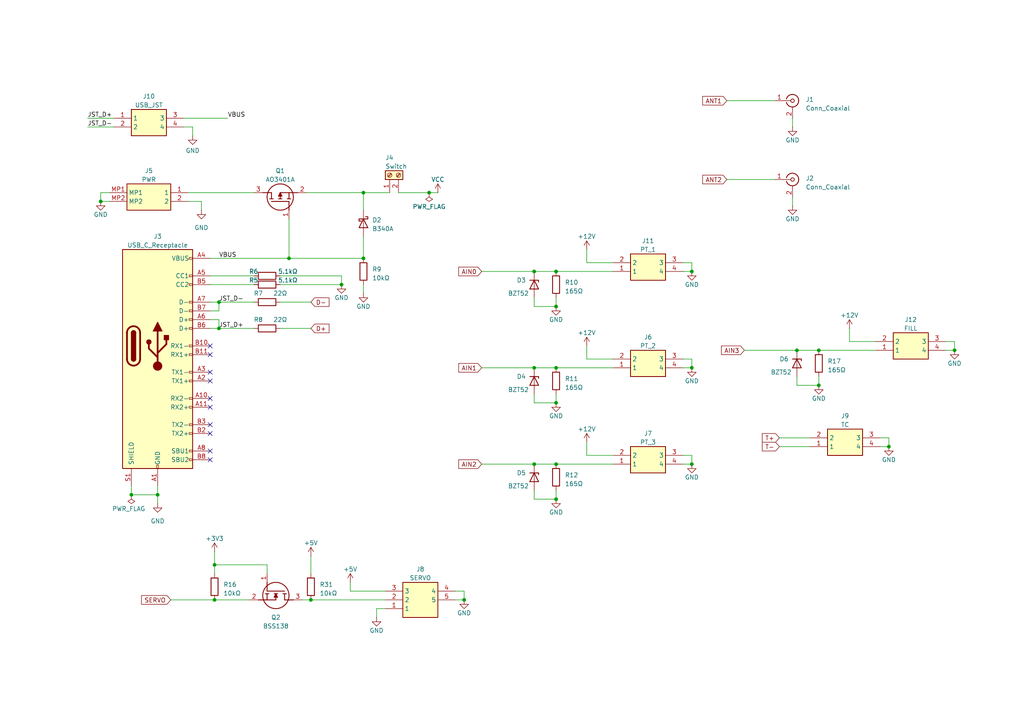
<source format=kicad_sch>
(kicad_sch (version 20250114) (generator "eeschema") (generator_version "9.0")
  (paper "A4")
  (lib_symbols
    (symbol "+5V_1" (power) (pin_numbers (hide yes)) (pin_names (offset 0) (hide yes))
      (property "Value" "+5V" (at 0 3.556 0))
      (symbol "+5V_1_0_1"
        (polyline (pts (xy -0.762 1.27) (xy 0 2.54)))
        (polyline (pts (xy 0 2.54) (xy 0.762 1.27)))
        (polyline (pts (xy 0 0) (xy 0 2.54)))
      )
      (symbol "+5V_1_1_1"
        (pin power_in line (at 0 0 90) (length 0) (name "~") (number "1"))
      )
    )
    (symbol "AO3401A:AO3401A" (pin_names (hide yes))
      (property "Reference" "Q" (at 11.43 3.81 0))
      (property "Value" "AO3401A" (at 11.43 1.27 0))
      (symbol "AO3401A_1_1"
        (polyline (pts (xy 2.54 0) (xy 5.08 0)) (stroke (width 0.254)))
        (polyline (pts (xy 5.08 5.08) (xy 5.08 0)) (stroke (width 0.254)))
        (polyline (pts (xy 5.842 5.588) (xy 5.842 4.572)) (stroke (width 0.254)))
        (polyline (pts (xy 5.842 2.032) (xy 5.842 3.048)) (stroke (width 0.254)))
        (polyline (pts (xy 5.842 0) (xy 7.62 0)) (stroke (width 0.254)))
        (polyline (pts (xy 5.842 -0.508) (xy 5.842 0.508)) (stroke (width 0.254)))
        (circle (center 6.35 2.54) (radius 3.81) (stroke (width 0.254)))
        (polyline (pts (xy 7.62 5.08) (xy 5.842 5.08)) (stroke (width 0.254)))
        (polyline (pts (xy 7.62 5.08) (xy 7.62 7.62)) (stroke (width 0.254)))
        (polyline (pts (xy 7.62 2.54) (xy 5.842 2.54)) (stroke (width 0.254)))
        (polyline (pts (xy 7.62 2.54) (xy 7.62 -2.54)) (stroke (width 0.254)))
        (polyline (pts (xy 7.62 2.54) (xy 6.604 3.048) (xy 6.604 2.032) (xy 7.62 2.54)) (stroke (width 0.254)) (fill (type outline)))
        (pin passive line (at 0 0 0) (length 2.54) (name "G") (number "1"))
        (pin passive line (at 7.62 10.16 270) (length 2.54) (name "D") (number "3"))
        (pin passive line (at 7.62 -5.08 90) (length 2.54) (name "S") (number "2"))
      )
    )
    (symbol "BSS138:BSS138" (pin_names (hide yes))
      (property "Reference" "Q" (at 11.43 3.81 0))
      (property "Value" "BSS138" (at 11.43 1.27 0))
      (symbol "BSS138_1_1"
        (polyline (pts (xy 2.54 0) (xy 5.08 0)) (stroke (width 0.254)))
        (polyline (pts (xy 5.08 5.08) (xy 5.08 0)) (stroke (width 0.254)))
        (polyline (pts (xy 5.842 5.588) (xy 5.842 4.572)) (stroke (width 0.254)))
        (polyline (pts (xy 5.842 2.54) (xy 6.858 3.048) (xy 6.858 2.032) (xy 5.842 2.54)) (stroke (width 0.254)) (fill (type outline)))
        (polyline (pts (xy 5.842 2.032) (xy 5.842 3.048)) (stroke (width 0.254)))
        (polyline (pts (xy 5.842 0) (xy 7.62 0)) (stroke (width 0.254)))
        (polyline (pts (xy 5.842 -0.508) (xy 5.842 0.508)) (stroke (width 0.254)))
        (circle (center 6.35 2.54) (radius 3.81) (stroke (width 0.254)))
        (polyline (pts (xy 7.62 5.08) (xy 5.842 5.08)) (stroke (width 0.254)))
        (polyline (pts (xy 7.62 5.08) (xy 7.62 7.62)) (stroke (width 0.254)))
        (polyline (pts (xy 7.62 2.54) (xy 5.842 2.54)) (stroke (width 0.254)))
        (polyline (pts (xy 7.62 2.54) (xy 7.62 -2.54)) (stroke (width 0.254)))
        (pin passive line (at 0 0 0) (length 2.54) (name "G") (number "1"))
        (pin passive line (at 7.62 10.16 270) (length 2.54) (name "D") (number "3"))
        (pin passive line (at 7.62 -5.08 90) (length 2.54) (name "S") (number "2"))
      )
    )
    (symbol "Conn_Coaxial_1" (pin_names (offset 1.016) (hide yes))
      (property "Reference" "J" (at 0.254 3.048 0))
      (property "Value" "Conn_Coaxial" (at 2.921 0 90))
      (symbol "Conn_Coaxial_1_0_1"
        (polyline (pts (xy -2.54 0) (xy -0.508 0)))
        (arc (start 1.778 0) (mid 0.222 -1.8079) (end -1.778 -0.508) (stroke (width 0.254)))
        (arc (start -1.778 0.508) (mid 0.2221 1.8084) (end 1.778 0) (stroke (width 0.254)))
        (circle (center 0 0) (radius 0.508) (stroke (width 0.2032)))
        (polyline (pts (xy 0 -2.54) (xy 0 -1.778)))
      )
      (symbol "Conn_Coaxial_1_1_1"
        (pin passive line (at -5.08 0 0) (length 2.54) (name "In") (number "1"))
        (pin passive line (at 0 -5.08 90) (length 2.54) (name "Ext") (number "2"))
      )
    )
    (symbol "Connector:Conn_Coaxial" (pin_names (offset 1.016) (hide yes))
      (property "Reference" "J" (at 0.254 3.048 0))
      (property "Value" "Conn_Coaxial" (at 2.921 0 90))
      (symbol "Conn_Coaxial_0_1"
        (polyline (pts (xy -2.54 0) (xy -0.508 0)))
        (arc (start 1.778 0) (mid 0.222 -1.8079) (end -1.778 -0.508) (stroke (width 0.254)))
        (arc (start -1.778 0.508) (mid 0.2221 1.8084) (end 1.778 0) (stroke (width 0.254)))
        (circle (center 0 0) (radius 0.508) (stroke (width 0.2032)))
        (polyline (pts (xy 0 -2.54) (xy 0 -1.778)))
      )
      (symbol "Conn_Coaxial_1_1"
        (pin passive line (at -5.08 0 0) (length 2.54) (name "In") (number "1"))
        (pin passive line (at 0 -5.08 90) (length 2.54) (name "Ext") (number "2"))
      )
    )
    (symbol "Connector:Screw_Terminal_01x02" (pin_names (offset 1.016) (hide yes))
      (property "Reference" "J" (at 0 2.54 0))
      (property "Value" "Screw_Terminal_01x02" (at 0 -5.08 0))
      (symbol "Screw_Terminal_01x02_1_1"
        (rectangle (start -1.27 1.27) (end 1.27 -3.81) (stroke (width 0.254)) (fill (type background)))
        (polyline (pts (xy -0.5334 0.3302) (xy 0.3302 -0.508)) (stroke (width 0.1524)))
        (polyline (pts (xy -0.5334 -2.2098) (xy 0.3302 -3.048)) (stroke (width 0.1524)))
        (polyline (pts (xy -0.3556 0.508) (xy 0.508 -0.3302)) (stroke (width 0.1524)))
        (polyline (pts (xy -0.3556 -2.032) (xy 0.508 -2.8702)) (stroke (width 0.1524)))
        (circle (center 0 0) (radius 0.635) (stroke (width 0.1524)))
        (circle (center 0 -2.54) (radius 0.635) (stroke (width 0.1524)))
        (pin passive line (at -5.08 0 0) (length 3.81) (name "Pin_1") (number "1"))
        (pin passive line (at -5.08 -2.54 0) (length 3.81) (name "Pin_2") (number "2"))
      )
    )
    (symbol "Connector:USB_C_Receptacle" (pin_names (offset 1.016))
      (property "Reference" "J" (at -10.16 29.21 0))
      (property "Value" "USB_C_Receptacle" (at 10.16 29.21 0))
      (symbol "USB_C_Receptacle_0_0"
        (rectangle (start -0.254 -35.56) (end 0.254 -34.544))
        (rectangle (start 10.16 25.654) (end 9.144 25.146))
        (rectangle (start 10.16 20.574) (end 9.144 20.066))
        (rectangle (start 10.16 18.034) (end 9.144 17.526))
        (rectangle (start 10.16 12.954) (end 9.144 12.446))
        (rectangle (start 10.16 10.414) (end 9.144 9.906))
        (rectangle (start 10.16 7.874) (end 9.144 7.366))
        (rectangle (start 10.16 5.334) (end 9.144 4.826))
        (rectangle (start 10.16 0.254) (end 9.144 -0.254))
        (rectangle (start 10.16 -2.286) (end 9.144 -2.794))
        (rectangle (start 10.16 -7.366) (end 9.144 -7.874))
        (rectangle (start 10.16 -9.906) (end 9.144 -10.414))
        (rectangle (start 10.16 -14.986) (end 9.144 -15.494))
        (rectangle (start 10.16 -17.526) (end 9.144 -18.034))
        (rectangle (start 10.16 -22.606) (end 9.144 -23.114))
        (rectangle (start 10.16 -25.146) (end 9.144 -25.654))
        (rectangle (start 10.16 -30.226) (end 9.144 -30.734))
        (rectangle (start 10.16 -32.766) (end 9.144 -33.274))
      )
      (symbol "USB_C_Receptacle_0_1"
        (rectangle (start -10.16 27.94) (end 10.16 -35.56) (stroke (width 0.254)) (fill (type background)))
        (polyline (pts (xy -8.89 -3.81) (xy -8.89 3.81)) (stroke (width 0.508)))
        (rectangle (start -7.62 -3.81) (end -6.35 3.81) (stroke (width 0.254)) (fill (type outline)))
        (arc (start -7.62 3.81) (mid -6.985 4.4423) (end -6.35 3.81) (stroke (width 0.254)))
        (arc (start -7.62 3.81) (mid -6.985 4.4423) (end -6.35 3.81) (stroke (width 0.254)) (fill (type outline)))
        (arc (start -8.89 3.81) (mid -6.985 5.7067) (end -5.08 3.81) (stroke (width 0.508)))
        (arc (start -5.08 -3.81) (mid -6.985 -5.7067) (end -8.89 -3.81) (stroke (width 0.508)))
        (arc (start -6.35 -3.81) (mid -6.985 -4.4423) (end -7.62 -3.81) (stroke (width 0.254)))
        (arc (start -6.35 -3.81) (mid -6.985 -4.4423) (end -7.62 -3.81) (stroke (width 0.254)) (fill (type outline)))
        (polyline (pts (xy -5.08 3.81) (xy -5.08 -3.81)) (stroke (width 0.508)))
      )
      (symbol "USB_C_Receptacle_1_1"
        (circle (center -2.54 1.143) (radius 0.635) (stroke (width 0.254)) (fill (type outline)))
        (polyline (pts (xy -1.27 4.318) (xy 0 6.858) (xy 1.27 4.318) (xy -1.27 4.318)) (stroke (width 0.254)) (fill (type outline)))
        (polyline (pts (xy 0 -2.032) (xy 2.54 0.508) (xy 2.54 1.778)) (stroke (width 0.508)))
        (polyline (pts (xy 0 -3.302) (xy -2.54 -0.762) (xy -2.54 0.508)) (stroke (width 0.508)))
        (polyline (pts (xy 0 -5.842) (xy 0 4.318)) (stroke (width 0.508)))
        (circle (center 0 -5.842) (radius 1.27) (fill (type outline)))
        (rectangle (start 1.905 1.778) (end 3.175 3.048) (stroke (width 0.254)) (fill (type outline)))
        (pin passive line (at -7.62 -40.64 90) (length 5.08) (name "SHIELD") (number "S1"))
        (pin passive line (at 0 -40.64 90) (length 5.08) (name "GND") (number "A1"))
        (pin passive line (at 0 -40.64 90) (length 5.08) (hide yes) (name "GND") (number "A12"))
        (pin passive line (at 0 -40.64 90) (length 5.08) (hide yes) (name "GND") (number "B1"))
        (pin passive line (at 0 -40.64 90) (length 5.08) (hide yes) (name "GND") (number "B12"))
        (pin passive line (at 15.24 25.4 180) (length 5.08) (name "VBUS") (number "A4"))
        (pin passive line (at 15.24 25.4 180) (length 5.08) (hide yes) (name "VBUS") (number "A9"))
        (pin passive line (at 15.24 25.4 180) (length 5.08) (hide yes) (name "VBUS") (number "B4"))
        (pin passive line (at 15.24 25.4 180) (length 5.08) (hide yes) (name "VBUS") (number "B9"))
        (pin bidirectional line (at 15.24 20.32 180) (length 5.08) (name "CC1") (number "A5"))
        (pin bidirectional line (at 15.24 17.78 180) (length 5.08) (name "CC2") (number "B5"))
        (pin bidirectional line (at 15.24 12.7 180) (length 5.08) (name "D-") (number "A7"))
        (pin bidirectional line (at 15.24 10.16 180) (length 5.08) (name "D-") (number "B7"))
        (pin bidirectional line (at 15.24 7.62 180) (length 5.08) (name "D+") (number "A6"))
        (pin bidirectional line (at 15.24 5.08 180) (length 5.08) (name "D+") (number "B6"))
        (pin bidirectional line (at 15.24 0 180) (length 5.08) (name "RX1-") (number "B10"))
        (pin bidirectional line (at 15.24 -2.54 180) (length 5.08) (name "RX1+") (number "B11"))
        (pin bidirectional line (at 15.24 -7.62 180) (length 5.08) (name "TX1-") (number "A3"))
        (pin bidirectional line (at 15.24 -10.16 180) (length 5.08) (name "TX1+") (number "A2"))
        (pin bidirectional line (at 15.24 -15.24 180) (length 5.08) (name "RX2-") (number "A10"))
        (pin bidirectional line (at 15.24 -17.78 180) (length 5.08) (name "RX2+") (number "A11"))
        (pin bidirectional line (at 15.24 -22.86 180) (length 5.08) (name "TX2-") (number "B3"))
        (pin bidirectional line (at 15.24 -25.4 180) (length 5.08) (name "TX2+") (number "B2"))
        (pin bidirectional line (at 15.24 -30.48 180) (length 5.08) (name "SBU1") (number "A8"))
        (pin bidirectional line (at 15.24 -33.02 180) (length 5.08) (name "SBU2") (number "B8"))
      )
    )
    (symbol "Device:D_Schottky" (pin_numbers (hide yes)) (pin_names (offset 1.016) (hide yes))
      (property "Reference" "D" (at 0 2.54 0))
      (property "Value" "D_Schottky" (at 0 -2.54 0))
      (symbol "D_Schottky_0_1"
        (polyline (pts (xy -1.905 0.635) (xy -1.905 1.27) (xy -1.27 1.27) (xy -1.27 -1.27) (xy -0.635 -1.27) (xy -0.635 -0.635)) (stroke (width 0.254)))
        (polyline (pts (xy 1.27 1.27) (xy 1.27 -1.27) (xy -1.27 0) (xy 1.27 1.27)) (stroke (width 0.254)))
        (polyline (pts (xy 1.27 0) (xy -1.27 0)))
      )
      (symbol "D_Schottky_1_1"
        (pin passive line (at -3.81 0 0) (length 2.54) (name "K") (number "1"))
        (pin passive line (at 3.81 0 180) (length 2.54) (name "A") (number "2"))
      )
    )
    (symbol "Device:D_Zener" (pin_numbers (hide yes)) (pin_names (offset 1.016) (hide yes))
      (property "Reference" "D" (at 0 2.54 0))
      (property "Value" "D_Zener" (at 0 -2.54 0))
      (symbol "D_Zener_0_1"
        (polyline (pts (xy -1.27 -1.27) (xy -1.27 1.27) (xy -0.762 1.27)) (stroke (width 0.254)))
        (polyline (pts (xy 1.27 0) (xy -1.27 0)))
        (polyline (pts (xy 1.27 -1.27) (xy 1.27 1.27) (xy -1.27 0) (xy 1.27 -1.27)) (stroke (width 0.254)))
      )
      (symbol "D_Zener_1_1"
        (pin passive line (at -3.81 0 0) (length 2.54) (name "K") (number "1"))
        (pin passive line (at 3.81 0 180) (length 2.54) (name "A") (number "2"))
      )
    )
    (symbol "Device:R" (pin_numbers (hide yes)) (pin_names (offset 0))
      (property "Reference" "R" (at 2.032 0 90))
      (property "Value" "R" (at 0 0 90))
      (symbol "R_0_1"
        (rectangle (start -1.016 -2.54) (end 1.016 2.54) (stroke (width 0.254)))
      )
      (symbol "R_1_1"
        (pin passive line (at 0 3.81 270) (length 1.27) (name "~") (number "1"))
        (pin passive line (at 0 -3.81 90) (length 1.27) (name "~") (number "2"))
      )
    )
    (symbol "S2B-PH-SM4-TB_LF__SN_:S2B-PH-SM4-TB_LF__SN_"
      (property "Reference" "J" (at 19.05 7.62 0))
      (property "Value" "S2B-PH-SM4-TB_LF__SN_" (at 19.05 5.08 0))
      (symbol "S2B-PH-SM4-TB_LF__SN__1_1"
        (rectangle (start 5.08 2.54) (end 17.78 -5.08) (stroke (width 0.254)) (fill (type background)))
        (pin passive line (at 0 0 0) (length 5.08) (name "2") (number "2"))
        (pin passive line (at 0 -2.54 0) (length 5.08) (name "1") (number "1"))
        (pin passive line (at 22.86 0 180) (length 5.08) (name "MP2") (number "MP2"))
        (pin passive line (at 22.86 -2.54 180) (length 5.08) (name "MP1") (number "MP1"))
      )
    )
    (symbol "S3B-PH-SM4-TB_LF__SN_:S3B-PH-SM4-TB_LF__SN_"
      (property "Reference" "J" (at 16.51 7.62 0))
      (property "Value" "S3B-PH-SM4-TB_LF__SN_" (at 16.51 5.08 0))
      (symbol "S3B-PH-SM4-TB_LF__SN__1_1"
        (rectangle (start 5.08 2.54) (end 15.24 -7.62) (stroke (width 0.254)) (fill (type background)))
        (pin passive line (at 0 0 0) (length 5.08) (name "3") (number "3"))
        (pin passive line (at 0 -2.54 0) (length 5.08) (name "2") (number "2"))
        (pin passive line (at 0 -5.08 0) (length 5.08) (name "1") (number "1"))
        (pin passive line (at 20.32 0 180) (length 5.08) (name "4") (number "4"))
        (pin passive line (at 20.32 -2.54 180) (length 5.08) (name "5") (number "5"))
      )
    )
    (symbol "SM02B-GHS-TB_LF__SN_:SM02B-GHS-TB_LF__SN_"
      (property "Reference" "J" (at 16.51 7.62 0))
      (property "Value" "SM02B-GHS-TB_LF__SN_" (at 16.51 5.08 0))
      (symbol "SM02B-GHS-TB_LF__SN__1_1"
        (rectangle (start 5.08 2.54) (end 15.24 -5.08) (stroke (width 0.254)) (fill (type background)))
        (pin passive line (at 0 0 0) (length 5.08) (name "4") (number "4"))
        (pin passive line (at 0 -2.54 0) (length 5.08) (name "3") (number "3"))
        (pin passive line (at 20.32 0 180) (length 5.08) (name "1") (number "1"))
        (pin passive line (at 20.32 -2.54 180) (length 5.08) (name "2") (number "2"))
      )
    )
    (symbol "SM04B-GHS-TB_LF__SN_:SM04B-GHS-TB_LF__SN_"
      (property "Reference" "J" (at 16.51 7.62 0))
      (property "Value" "SM04B-GHS-TB_LF__SN_" (at 16.51 5.08 0))
      (symbol "SM04B-GHS-TB_LF__SN__1_1"
        (rectangle (start 5.08 2.54) (end 15.24 -5.08) (stroke (width 0.254)) (fill (type background)))
        (pin passive line (at 0 0 0) (length 5.08) (name "1") (number "1"))
        (pin passive line (at 0 -2.54 0) (length 5.08) (name "2") (number "2"))
        (pin passive line (at 20.32 0 180) (length 5.08) (name "3") (number "3"))
        (pin passive line (at 20.32 -2.54 180) (length 5.08) (name "4") (number "4"))
      )
    )
    (symbol "power:+12V" (power) (pin_numbers (hide yes)) (pin_names (offset 0) (hide yes))
      (property "Value" "+12V" (at 0 3.556 0))
      (symbol "+12V_0_1"
        (polyline (pts (xy -0.762 1.27) (xy 0 2.54)))
        (polyline (pts (xy 0 2.54) (xy 0.762 1.27)))
        (polyline (pts (xy 0 0) (xy 0 2.54)))
      )
      (symbol "+12V_1_1"
        (pin power_in line (at 0 0 90) (length 0) (name "~") (number "1"))
      )
    )
    (symbol "power:+3V3" (power) (pin_numbers (hide yes)) (pin_names (offset 0) (hide yes))
      (property "Value" "+3V3" (at 0 3.556 0))
      (symbol "+3V3_0_1"
        (polyline (pts (xy -0.762 1.27) (xy 0 2.54)))
        (polyline (pts (xy 0 2.54) (xy 0.762 1.27)))
        (polyline (pts (xy 0 0) (xy 0 2.54)))
      )
      (symbol "+3V3_1_1"
        (pin power_in line (at 0 0 90) (length 0) (name "~") (number "1"))
      )
    )
    (symbol "power:+5V" (power) (pin_numbers (hide yes)) (pin_names (offset 0) (hide yes))
      (property "Value" "+5V" (at 0 3.556 0))
      (symbol "+5V_0_1"
        (polyline (pts (xy -0.762 1.27) (xy 0 2.54)))
        (polyline (pts (xy 0 2.54) (xy 0.762 1.27)))
        (polyline (pts (xy 0 0) (xy 0 2.54)))
      )
      (symbol "+5V_1_1"
        (pin power_in line (at 0 0 90) (length 0) (name "~") (number "1"))
      )
    )
    (symbol "power:GND" (power) (pin_numbers (hide yes)) (pin_names (offset 0) (hide yes))
      (property "Value" "GND" (at 0 -3.81 0))
      (symbol "GND_0_1"
        (polyline (pts (xy 0 0) (xy 0 -1.27) (xy 1.27 -1.27) (xy 0 -2.54) (xy -1.27 -1.27) (xy 0 -1.27)))
      )
      (symbol "GND_1_1"
        (pin power_in line (at 0 0 270) (length 0) (name "~") (number "1"))
      )
    )
    (symbol "power:PWR_FLAG" (power) (pin_numbers (hide yes)) (pin_names (offset 0) (hide yes))
      (property "Value" "PWR_FLAG" (at 0 3.81 0))
      (symbol "PWR_FLAG_0_0"
        (pin power_out line (at 0 0 90) (length 0) (name "~") (number "1"))
      )
      (symbol "PWR_FLAG_0_1"
        (polyline (pts (xy 0 0) (xy 0 1.27) (xy -1.016 1.905) (xy 0 2.54) (xy 1.016 1.905) (xy 0 1.27)))
      )
    )
    (symbol "power:VCC" (power) (pin_numbers (hide yes)) (pin_names (offset 0) (hide yes))
      (property "Value" "VCC" (at 0 3.556 0))
      (symbol "VCC_0_1"
        (polyline (pts (xy -0.762 1.27) (xy 0 2.54)))
        (polyline (pts (xy 0 2.54) (xy 0.762 1.27)))
        (polyline (pts (xy 0 0) (xy 0 2.54)))
      )
      (symbol "VCC_1_1"
        (pin power_in line (at 0 0 90) (length 0) (name "~") (number "1"))
      )
    )
  )
  (junction (at 63.5 95.25))
  (junction (at 161.29 116.84))
  (junction (at 45.72 143.51))
  (junction (at 154.94 134.62))
  (junction (at 154.94 106.68))
  (junction (at 90.17 173.99))
  (junction (at 237.49 101.6))
  (junction (at 124.46 55.88))
  (junction (at 105.41 74.93))
  (junction (at 105.41 55.88))
  (junction (at 200.66 106.68))
  (junction (at 161.29 78.74))
  (junction (at 161.29 144.78))
  (junction (at 62.23 173.99))
  (junction (at 63.5 87.63))
  (junction (at 83.82 74.93))
  (junction (at 62.23 163.83))
  (junction (at 99.06 82.55))
  (junction (at 38.1 143.51))
  (junction (at 276.86 101.6))
  (junction (at 200.66 78.74))
  (junction (at 161.29 134.62))
  (junction (at 29.21 58.42))
  (junction (at 154.94 78.74))
  (junction (at 200.66 134.62))
  (junction (at 161.29 88.9))
  (junction (at 231.14 101.6))
  (junction (at 134.62 173.99))
  (junction (at 237.49 111.76))
  (junction (at 257.81 129.54))
  (junction (at 161.29 106.68))
  (no_connect (at 60.96 110.49))
  (no_connect (at 60.96 133.35))
  (no_connect (at 60.96 100.33))
  (no_connect (at 60.96 107.95))
  (no_connect (at 60.96 125.73))
  (no_connect (at 60.96 123.19))
  (no_connect (at 60.96 102.87))
  (no_connect (at 60.96 130.81))
  (no_connect (at 60.96 118.11))
  (no_connect (at 60.96 115.57))
  (wire (pts (xy 161.29 106.68) (xy 177.8 106.68)))
  (wire (pts (xy 90.17 173.99) (xy 111.76 173.99)))
  (wire (pts (xy 237.49 109.22) (xy 237.49 111.76)))
  (wire (pts (xy 124.46 55.88) (xy 127 55.88)))
  (wire (pts (xy 134.62 173.99) (xy 132.08 173.99)))
  (wire (pts (xy 62.23 160.02) (xy 62.23 163.83)))
  (wire (pts (xy 111.76 171.45) (xy 101.6 171.45)))
  (wire (pts (xy 161.29 86.36) (xy 161.29 88.9)))
  (wire (pts (xy 77.47 163.83) (xy 77.47 166.37)))
  (wire (pts (xy 83.82 74.93) (xy 105.41 74.93)))
  (wire (pts (xy 229.87 34.29) (xy 229.87 36.83)))
  (wire (pts (xy 177.8 132.08) (xy 170.18 132.08)))
  (wire (pts (xy 237.49 101.6) (xy 254 101.6)))
  (wire (pts (xy 105.41 55.88) (xy 113.03 55.88)))
  (wire (pts (xy 200.66 106.68) (xy 198.12 106.68)))
  (wire (pts (xy 63.5 92.71) (xy 63.5 95.25)))
  (wire (pts (xy 29.21 58.42) (xy 31.75 58.42)))
  (wire (pts (xy 154.94 142.24) (xy 154.94 144.78)))
  (wire (pts (xy 154.94 78.74) (xy 161.29 78.74)))
  (wire (pts (xy 38.1 143.51) (xy 45.72 143.51)))
  (wire (pts (xy 210.82 52.07) (xy 224.79 52.07)))
  (wire (pts (xy 198.12 104.14) (xy 200.66 104.14)))
  (wire (pts (xy 105.41 55.88) (xy 105.41 60.96)))
  (wire (pts (xy 200.66 76.2) (xy 200.66 78.74)))
  (wire (pts (xy 210.82 29.21) (xy 224.79 29.21)))
  (wire (pts (xy 87.63 173.99) (xy 90.17 173.99)))
  (wire (pts (xy 154.94 134.62) (xy 161.29 134.62)))
  (wire (pts (xy 276.86 101.6) (xy 274.32 101.6)))
  (wire (pts (xy 53.34 36.83) (xy 55.88 36.83)))
  (wire (pts (xy 54.61 55.88) (xy 73.66 55.88)))
  (wire (pts (xy 234.95 127) (xy 226.06 127)))
  (wire (pts (xy 161.29 134.62) (xy 177.8 134.62)))
  (wire (pts (xy 276.86 99.06) (xy 276.86 101.6)))
  (wire (pts (xy 154.94 114.3) (xy 154.94 116.84)))
  (wire (pts (xy 231.14 109.22) (xy 231.14 111.76)))
  (wire (pts (xy 200.66 104.14) (xy 200.66 106.68)))
  (wire (pts (xy 139.7 134.62) (xy 154.94 134.62)))
  (wire (pts (xy 170.18 128.27) (xy 170.18 132.08)))
  (wire (pts (xy 45.72 143.51) (xy 45.72 146.05)))
  (wire (pts (xy 105.41 82.55) (xy 105.41 85.09)))
  (wire (pts (xy 111.76 176.53) (xy 109.22 176.53)))
  (wire (pts (xy 62.23 173.99) (xy 72.39 173.99)))
  (wire (pts (xy 115.57 55.88) (xy 124.46 55.88)))
  (wire (pts (xy 60.96 95.25) (xy 63.5 95.25)))
  (wire (pts (xy 132.08 171.45) (xy 134.62 171.45)))
  (wire (pts (xy 60.96 90.17) (xy 63.5 90.17)))
  (wire (pts (xy 134.62 171.45) (xy 134.62 173.99)))
  (wire (pts (xy 161.29 114.3) (xy 161.29 116.84)))
  (wire (pts (xy 83.82 63.5) (xy 83.82 74.93)))
  (wire (pts (xy 63.5 87.63) (xy 73.66 87.63)))
  (wire (pts (xy 81.28 80.01) (xy 99.06 80.01)))
  (wire (pts (xy 154.94 88.9) (xy 161.29 88.9)))
  (wire (pts (xy 154.94 144.78) (xy 161.29 144.78)))
  (wire (pts (xy 161.29 142.24) (xy 161.29 144.78)))
  (wire (pts (xy 257.81 129.54) (xy 255.27 129.54)))
  (wire (pts (xy 139.7 106.68) (xy 154.94 106.68)))
  (wire (pts (xy 81.28 87.63) (xy 90.17 87.63)))
  (wire (pts (xy 45.72 143.51) (xy 45.72 140.97)))
  (wire (pts (xy 81.28 82.55) (xy 99.06 82.55)))
  (wire (pts (xy 58.42 58.42) (xy 58.42 60.96)))
  (wire (pts (xy 255.27 127) (xy 257.81 127)))
  (wire (pts (xy 55.88 36.83) (xy 55.88 39.37)))
  (wire (pts (xy 198.12 132.08) (xy 200.66 132.08)))
  (wire (pts (xy 25.4 34.29) (xy 33.02 34.29)))
  (wire (pts (xy 200.66 132.08) (xy 200.66 134.62)))
  (wire (pts (xy 198.12 76.2) (xy 200.66 76.2)))
  (wire (pts (xy 49.53 173.99) (xy 62.23 173.99)))
  (wire (pts (xy 177.8 104.14) (xy 170.18 104.14)))
  (wire (pts (xy 177.8 76.2) (xy 170.18 76.2)))
  (wire (pts (xy 60.96 92.71) (xy 63.5 92.71)))
  (wire (pts (xy 81.28 95.25) (xy 90.17 95.25)))
  (wire (pts (xy 60.96 80.01) (xy 73.66 80.01)))
  (wire (pts (xy 200.66 78.74) (xy 198.12 78.74)))
  (wire (pts (xy 154.94 86.36) (xy 154.94 88.9)))
  (wire (pts (xy 170.18 72.39) (xy 170.18 76.2)))
  (wire (pts (xy 231.14 111.76) (xy 237.49 111.76)))
  (wire (pts (xy 226.06 129.54) (xy 234.95 129.54)))
  (wire (pts (xy 90.17 161.29) (xy 90.17 166.37)))
  (wire (pts (xy 274.32 99.06) (xy 276.86 99.06)))
  (wire (pts (xy 60.96 87.63) (xy 63.5 87.63)))
  (wire (pts (xy 62.23 163.83) (xy 77.47 163.83)))
  (wire (pts (xy 257.81 127) (xy 257.81 129.54)))
  (wire (pts (xy 139.7 78.74) (xy 154.94 78.74)))
  (wire (pts (xy 25.4 36.83) (xy 33.02 36.83)))
  (wire (pts (xy 88.9 55.88) (xy 105.41 55.88)))
  (wire (pts (xy 54.61 58.42) (xy 58.42 58.42)))
  (wire (pts (xy 60.96 74.93) (xy 83.82 74.93)))
  (wire (pts (xy 154.94 106.68) (xy 161.29 106.68)))
  (wire (pts (xy 105.41 68.58) (xy 105.41 74.93)))
  (wire (pts (xy 170.18 100.33) (xy 170.18 104.14)))
  (wire (pts (xy 38.1 140.97) (xy 38.1 143.51)))
  (wire (pts (xy 99.06 80.01) (xy 99.06 82.55)))
  (wire (pts (xy 246.38 95.25) (xy 246.38 99.06)))
  (wire (pts (xy 31.75 55.88) (xy 29.21 55.88)))
  (wire (pts (xy 109.22 176.53) (xy 109.22 179.07)))
  (wire (pts (xy 29.21 55.88) (xy 29.21 58.42)))
  (wire (pts (xy 215.9 101.6) (xy 231.14 101.6)))
  (wire (pts (xy 53.34 34.29) (xy 66.04 34.29)))
  (wire (pts (xy 63.5 95.25) (xy 73.66 95.25)))
  (wire (pts (xy 62.23 166.37) (xy 62.23 163.83)))
  (wire (pts (xy 229.87 57.15) (xy 229.87 59.69)))
  (wire (pts (xy 231.14 101.6) (xy 237.49 101.6)))
  (wire (pts (xy 200.66 134.62) (xy 198.12 134.62)))
  (wire (pts (xy 60.96 82.55) (xy 73.66 82.55)))
  (wire (pts (xy 161.29 78.74) (xy 177.8 78.74)))
  (wire (pts (xy 63.5 87.63) (xy 63.5 90.17)))
  (wire (pts (xy 254 99.06) (xy 246.38 99.06)))
  (wire (pts (xy 154.94 116.84) (xy 161.29 116.84)))
  (wire (pts (xy 101.6 168.91) (xy 101.6 171.45)))
  (label "JST_D+" (at 63.5 95.25 0))
  (label "JST_D-" (at 63.5 87.63 0))
  (label "JST_D+" (at 25.4 34.29 0))
  (label "VBUS" (at 66.04 34.29 0))
  (label "VBUS" (at 63.5 74.93 0))
  (label "JST_D-" (at 25.4 36.83 0))
  (global_label "ANT1" (shape input) (at 210.82 29.21 180) (property "Intersheetrefs" "${INTERSHEET_REFS}" (effects (hide yes))))
  (global_label "T+" (shape input) (at 226.06 127 180) (property "Intersheetrefs" "${INTERSHEET_REFS}" (effects (hide yes))))
  (global_label "AIN1" (shape input) (at 139.7 106.68 180) (property "Intersheetrefs" "${INTERSHEET_REFS}" (effects (hide yes))))
  (global_label "T-" (shape input) (at 226.06 129.54 180) (property "Intersheetrefs" "${INTERSHEET_REFS}" (effects (hide yes))))
  (global_label "AIN2" (shape input) (at 139.7 134.62 180) (property "Intersheetrefs" "${INTERSHEET_REFS}" (effects (hide yes))))
  (global_label "D+" (shape input) (at 90.17 95.25 0) (property "Intersheetrefs" "${INTERSHEET_REFS}" (effects (hide yes))))
  (global_label "AIN0" (shape input) (at 139.7 78.74 180) (property "Intersheetrefs" "${INTERSHEET_REFS}" (effects (hide yes))))
  (global_label "D-" (shape input) (at 90.17 87.63 0) (property "Intersheetrefs" "${INTERSHEET_REFS}" (effects (hide yes))))
  (global_label "AIN3" (shape input) (at 215.9 101.6 180) (property "Intersheetrefs" "${INTERSHEET_REFS}" (effects (hide yes))))
  (global_label "SERVO" (shape input) (at 49.53 173.99 180) (property "Intersheetrefs" "${INTERSHEET_REFS}" (effects (hide yes))))
  (global_label "ANT2" (shape input) (at 210.82 52.07 180) (property "Intersheetrefs" "${INTERSHEET_REFS}" (effects (hide yes))))
  (symbol (lib_id "power:GND") (at 161.29 88.9 0) (unit 1)
    (property "Reference" "#PWR076" (effects (hide yes)))
    (property "Value" "GND" (at 161.29 92.71 0))
    (property "Description" "Power symbol creates a global label with name \"GND\" , ground" (effects (hide yes)))
  )
  (symbol (lib_id "AO3401A:AO3401A") (at 83.82 63.5 90) (unit 1)
    (property "Reference" "Q1" (at 81.28 49.53 90))
    (property "Value" "AO3401A" (at 81.28 52.07 90))
    (property "Footprint" "AO3401A:SOT95P280X125-3N" (effects (hide yes)))
    (property "Datasheet" "http://www.aosmd.com/pdfs/datasheet/AO3401A.pdf" (effects (hide yes)))
    (property "Height" "1.25" (effects (hide yes)))
    (property "Manufacturer_Name" "Alpha & Omega Semiconductors" (effects (hide yes)))
    (property "Manufacturer_Part_Number" "AO3401A" (effects (hide yes)))
    (property "Arrow Part Number" "AO3401A" (effects (hide yes)))
    (property "Arrow Price/Stock" "https://www.arrow.com/en/products/ao3401a/alpha-and-omega-semiconductor?utm_currency=USD&region=nac" (effects (hide yes)))
  )
  (symbol (lib_id "power:GND") (at 161.29 116.84 0) (unit 1)
    (property "Reference" "#PWR077" (effects (hide yes)))
    (property "Value" "GND" (at 161.29 120.65 0))
    (property "Description" "Power symbol creates a global label with name \"GND\" , ground" (effects (hide yes)))
  )
  (symbol (lib_id "power:+12V") (at 170.18 100.33 0) (unit 1)
    (property "Reference" "#PWR074" (effects (hide yes)))
    (property "Value" "+12V" (at 170.18 96.52 0))
    (property "Description" "Power symbol creates a global label with name \"+12V\"" (effects (hide yes)))
  )
  (symbol (lib_id "Device:R") (at 105.41 78.74 0) (unit 1)
    (property "Reference" "R9" (at 107.95 78.105 0) (effects (justify left)))
    (property "Value" "10kΩ" (at 107.95 80.645 0) (effects (justify left)))
    (property "Footprint" "Resistor_SMD:R_0402_1005Metric" (effects (hide yes)))
  )
  (symbol (lib_id "Device:D_Zener") (at 154.94 82.55 270) (unit 1)
    (property "Reference" "D3" (at 149.86 81.28 90) (effects (justify left)))
    (property "Value" "BZT52" (at 147.32 85.09 90) (effects (justify left)))
    (property "Footprint" "BZT52C3V3-7-F:SOD3716X145N" (effects (hide yes)))
  )
  (symbol (lib_id "Connector:Screw_Terminal_01x02") (at 113.03 50.8 90) (unit 1)
    (property "Reference" "J4" (at 111.76 45.72 90) (effects (justify right)))
    (property "Value" "Switch" (at 111.76 48.26 90) (effects (justify right)))
    (property "Footprint" "1725656:1725656" (effects (hide yes)))
  )
  (symbol (lib_id "Device:R") (at 237.49 105.41 0) (unit 1)
    (property "Reference" "R17" (at 240.03 104.775 0) (effects (justify left)))
    (property "Value" "165Ω" (at 240.03 107.315 0) (effects (justify left)))
    (property "Footprint" "Resistor_SMD:R_0402_1005Metric" (effects (hide yes)))
  )
  (symbol (lib_id "power:GND") (at 29.21 58.42 0) (unit 1)
    (property "Reference" "#PWR0120" (effects (hide yes)))
    (property "Value" "GND" (at 29.21 62.23 0))
    (property "Description" "Power symbol creates a global label with name \"GND\" , ground" (effects (hide yes)))
  )
  (symbol (lib_id "power:VCC") (at 127 55.88 0) (unit 1)
    (property "Reference" "#PWR063" (effects (hide yes)))
    (property "Value" "VCC" (at 127 52.07 0))
    (property "Description" "Power symbol creates a global label with name \"VCC\"" (effects (hide yes)))
  )
  (symbol (lib_id "Device:R") (at 77.47 82.55 90) (unit 1)
    (property "Reference" "R5" (at 74.93 81.28 90) (effects (justify left)))
    (property "Value" "5.1kΩ" (at 86.36 81.28 90) (effects (justify left)))
    (property "Footprint" "Resistor_SMD:R_0402_1005Metric" (effects (hide yes)))
  )
  (symbol (lib_id "SM02B-GHS-TB_LF__SN_:SM02B-GHS-TB_LF__SN_") (at 198.12 134.62 180) (unit 1)
    (property "Reference" "J7" (at 187.96 125.73 0))
    (property "Value" "PT_3" (at 187.96 128.27 0))
    (property "Footprint" "SM02B-GHS-TB_LF__SN_:SM02BGHSTBLFSN" (effects (hide yes)))
    (property "Datasheet" "https://datasheet.datasheetarchive.com/originals/distributors/Datasheets_SAMA/e4ef010dc292ea31091454f6c0afb63a.pdf" (effects (hide yes)))
    (property "Height" "4.25" (effects (hide yes)))
    (property "Manufacturer_Name" "JST (JAPAN SOLDERLESS TERMINALS)" (effects (hide yes)))
    (property "Manufacturer_Part_Number" "SM02B-GHS-TB(LF)(SN)" (effects (hide yes)))
    (property "Mouser Part Number" "306-SM02BGHSTBLFSN" (effects (hide yes)))
    (property "Mouser Price/Stock" "https://www.mouser.co.uk/ProductDetail/JST-Commercial/SM02B-GHS-TBLFSN?qs=cdbOS8ANM9D2X2Ddb5%2Fjdw%3D%3D" (effects (hide yes)))
    (property "Arrow Part Number" "SM02B-GHS-TB(LF)(SN)" (effects (hide yes)))
    (property "Arrow Price/Stock" "https://www.arrow.com/en/products/sm02b-ghs-tb-lf-sn/jst-manufacturing?region=europe" (effects (hide yes)))
  )
  (symbol (lib_id "power:+12V") (at 170.18 128.27 0) (unit 1)
    (property "Reference" "#PWR075" (effects (hide yes)))
    (property "Value" "+12V" (at 170.18 124.46 0))
    (property "Description" "Power symbol creates a global label with name \"+12V\"" (effects (hide yes)))
  )
  (symbol (lib_id "power:GND") (at 200.66 78.74 0) (unit 1)
    (property "Reference" "#PWR072" (effects (hide yes)))
    (property "Value" "GND" (at 200.66 82.55 0))
    (property "Description" "Power symbol creates a global label with name \"GND\" , ground" (effects (hide yes)))
  )
  (symbol (lib_id "Device:D_Zener") (at 231.14 105.41 270) (unit 1)
    (property "Reference" "D6" (at 226.06 104.14 90) (effects (justify left)))
    (property "Value" "BZT52" (at 223.52 107.95 90) (effects (justify left)))
    (property "Footprint" "BZT52C3V3-7-F:SOD3716X145N" (effects (hide yes)))
  )
  (symbol (lib_id "power:GND") (at 229.87 59.69 0) (unit 1)
    (property "Reference" "#PWR066" (effects (hide yes)))
    (property "Value" "GND" (at 229.87 63.5 0))
    (property "Description" "Power symbol creates a global label with name \"GND\" , ground" (effects (hide yes)))
  )
  (symbol (lib_id "Device:R") (at 90.17 170.18 180) (unit 1)
    (property "Reference" "R31" (at 92.71 169.545 0) (effects (justify right)))
    (property "Value" "10kΩ" (at 92.71 172.085 0) (effects (justify right)))
    (property "Footprint" "Resistor_SMD:R_0402_1005Metric" (effects (hide yes)))
  )
  (symbol (lib_id "power:+5V") (at 101.6 168.91 0) (unit 1)
    (property "Reference" "#PWR064" (effects (hide yes)))
    (property "Value" "+5V" (at 101.6 165.1 0))
    (property "Description" "Power symbol creates a global label with name \"+5V\"" (effects (hide yes)))
  )
  (symbol (lib_id "SM02B-GHS-TB_LF__SN_:SM02B-GHS-TB_LF__SN_") (at 198.12 78.74 180) (unit 1)
    (property "Reference" "J11" (at 187.96 69.85 0))
    (property "Value" "PT_1" (at 187.96 72.39 0))
    (property "Footprint" "SM02B-GHS-TB_LF__SN_:SM02BGHSTBLFSN" (effects (hide yes)))
    (property "Datasheet" "https://datasheet.datasheetarchive.com/originals/distributors/Datasheets_SAMA/e4ef010dc292ea31091454f6c0afb63a.pdf" (effects (hide yes)))
    (property "Height" "4.25" (effects (hide yes)))
    (property "Manufacturer_Name" "JST (JAPAN SOLDERLESS TERMINALS)" (effects (hide yes)))
    (property "Manufacturer_Part_Number" "SM02B-GHS-TB(LF)(SN)" (effects (hide yes)))
    (property "Mouser Part Number" "306-SM02BGHSTBLFSN" (effects (hide yes)))
    (property "Mouser Price/Stock" "https://www.mouser.co.uk/ProductDetail/JST-Commercial/SM02B-GHS-TBLFSN?qs=cdbOS8ANM9D2X2Ddb5%2Fjdw%3D%3D" (effects (hide yes)))
    (property "Arrow Part Number" "SM02B-GHS-TB(LF)(SN)" (effects (hide yes)))
    (property "Arrow Price/Stock" "https://www.arrow.com/en/products/sm02b-ghs-tb-lf-sn/jst-manufacturing?region=europe" (effects (hide yes)))
  )
  (symbol (lib_id "SM02B-GHS-TB_LF__SN_:SM02B-GHS-TB_LF__SN_") (at 255.27 129.54 180) (unit 1)
    (property "Reference" "J9" (at 245.11 120.65 0))
    (property "Value" "TC" (at 245.11 123.19 0))
    (property "Footprint" "SM02B-GHS-TB_LF__SN_:SM02BGHSTBLFSN" (effects (hide yes)))
    (property "Datasheet" "https://datasheet.datasheetarchive.com/originals/distributors/Datasheets_SAMA/e4ef010dc292ea31091454f6c0afb63a.pdf" (effects (hide yes)))
    (property "Height" "4.25" (effects (hide yes)))
    (property "Manufacturer_Name" "JST (JAPAN SOLDERLESS TERMINALS)" (effects (hide yes)))
    (property "Manufacturer_Part_Number" "SM02B-GHS-TB(LF)(SN)" (effects (hide yes)))
    (property "Mouser Part Number" "306-SM02BGHSTBLFSN" (effects (hide yes)))
    (property "Mouser Price/Stock" "https://www.mouser.co.uk/ProductDetail/JST-Commercial/SM02B-GHS-TBLFSN?qs=cdbOS8ANM9D2X2Ddb5%2Fjdw%3D%3D" (effects (hide yes)))
    (property "Arrow Part Number" "SM02B-GHS-TB(LF)(SN)" (effects (hide yes)))
    (property "Arrow Price/Stock" "https://www.arrow.com/en/products/sm02b-ghs-tb-lf-sn/jst-manufacturing?region=europe" (effects (hide yes)))
  )
  (symbol (lib_id "SM04B-GHS-TB_LF__SN_:SM04B-GHS-TB_LF__SN_") (at 33.02 34.29 0) (unit 1)
    (property "Reference" "J10" (at 43.18 27.94 0))
    (property "Value" "USB_JST" (at 43.18 30.48 0))
    (property "Footprint" "SM04B-GHS-TB_LF__SN_:SM04B-GHS-TB" (effects (hide yes)))
    (property "Datasheet" "http://uk.rs-online.com/web/p/products/7521797" (effects (hide yes)))
    (property "Manufacturer_Name" "JST (JAPAN SOLDERLESS TERMINALS)" (effects (hide yes)))
    (property "Manufacturer_Part_Number" "SM04B-GHS-TB(LF)(SN)" (effects (hide yes)))
    (property "Mouser Part Number" "N/A" (effects (hide yes)))
    (property "Mouser Price/Stock" "https://www.mouser.co.uk/ProductDetail/JST-Commercial/SM04B-GHS-TBLFSN?qs=QpmGXVUTftEJzKB1YHGCXw%3D%3D" (effects (hide yes)))
    (property "Arrow Part Number" "SM04B-GHS-TB(LF)(SN)" (effects (hide yes)))
    (property "Arrow Price/Stock" "https://www.arrow.com/en/products/sm04b-ghs-tb-lf-sn-/jst-manufacturing?region=europe" (effects (hide yes)))
  )
  (symbol (lib_id "power:+12V") (at 170.18 72.39 0) (unit 1)
    (property "Reference" "#PWR073" (effects (hide yes)))
    (property "Value" "+12V" (at 170.18 68.58 0))
    (property "Description" "Power symbol creates a global label with name \"+12V\"" (effects (hide yes)))
  )
  (symbol (lib_id "SM02B-GHS-TB_LF__SN_:SM02B-GHS-TB_LF__SN_") (at 274.32 101.6 180) (unit 1)
    (property "Reference" "J12" (at 264.16 92.71 0))
    (property "Value" "FILL" (at 264.16 95.25 0))
    (property "Footprint" "SM02B-GHS-TB_LF__SN_:SM02BGHSTBLFSN" (effects (hide yes)))
    (property "Datasheet" "https://datasheet.datasheetarchive.com/originals/distributors/Datasheets_SAMA/e4ef010dc292ea31091454f6c0afb63a.pdf" (effects (hide yes)))
    (property "Height" "4.25" (effects (hide yes)))
    (property "Manufacturer_Name" "JST (JAPAN SOLDERLESS TERMINALS)" (effects (hide yes)))
    (property "Manufacturer_Part_Number" "SM02B-GHS-TB(LF)(SN)" (effects (hide yes)))
    (property "Mouser Part Number" "306-SM02BGHSTBLFSN" (effects (hide yes)))
    (property "Mouser Price/Stock" "https://www.mouser.co.uk/ProductDetail/JST-Commercial/SM02B-GHS-TBLFSN?qs=cdbOS8ANM9D2X2Ddb5%2Fjdw%3D%3D" (effects (hide yes)))
    (property "Arrow Part Number" "SM02B-GHS-TB(LF)(SN)" (effects (hide yes)))
    (property "Arrow Price/Stock" "https://www.arrow.com/en/products/sm02b-ghs-tb-lf-sn/jst-manufacturing?region=europe" (effects (hide yes)))
  )
  (symbol (lib_id "S3B-PH-SM4-TB_LF__SN_:S3B-PH-SM4-TB_LF__SN_") (at 111.76 171.45 0) (unit 1)
    (property "Reference" "J8" (at 121.92 165.1 0))
    (property "Value" "SERVO" (at 121.92 167.64 0))
    (property "Footprint" "S3B-PH-SM4-TB_LF__SN_:S3BPHSM4TBLFSN" (effects (hide yes)))
    (property "Datasheet" "https://datasheet.datasheetarchive.com/originals/distributors/Datasheets_SAMA/75c02eb1799788a6b14d7c521ee36df4.pdf" (effects (hide yes)))
    (property "Height" "5.5" (effects (hide yes)))
    (property "Manufacturer_Name" "JST (JAPAN SOLDERLESS TERMINALS)" (effects (hide yes)))
    (property "Manufacturer_Part_Number" "S3B-PH-SM4-TB(LF)(SN)" (effects (hide yes)))
    (property "Mouser Part Number" "N/A" (effects (hide yes)))
    (property "Mouser Price/Stock" "https://www.mouser.co.uk/ProductDetail/JST-Commercial/S3B-PH-SM4-TBLFSN?qs=QpmGXVUTftGJXptUJFK7oQ%3D%3D" (effects (hide yes)))
    (property "Arrow Part Number" "S3B-PH-SM4-TB(LF)(SN)" (effects (hide yes)))
    (property "Arrow Price/Stock" "https://www.arrow.com/en/products/s3b-ph-sm4-tb-lf-sn/jst-manufacturing?region=europe" (effects (hide yes)))
  )
  (symbol (lib_id "Connector:Conn_Coaxial") (at 229.87 52.07 0) (unit 1)
    (property "Reference" "J2" (at 233.68 51.7282 0) (effects (justify left)))
    (property "Value" "Conn_Coaxial" (at 233.68 54.2682 0) (effects (justify left)))
    (property "Footprint" "CONREVSMA003.062-G:LINX_CONREVSMA003.062-G" (effects (hide yes)))
    (property "Description" "coaxial connector (BNC, SMA, SMB, SMC, Cinch/RCA, LEMO, ...)" (effects (hide yes)))
  )
  (symbol (lib_id "power:GND") (at 109.22 179.07 0) (unit 1)
    (property "Reference" "#PWR065" (effects (hide yes)))
    (property "Value" "GND" (at 109.22 182.88 0))
    (property "Description" "Power symbol creates a global label with name \"GND\" , ground" (effects (hide yes)))
  )
  (symbol (lib_id "Device:D_Zener") (at 154.94 110.49 270) (unit 1)
    (property "Reference" "D4" (at 149.86 109.22 90) (effects (justify left)))
    (property "Value" "BZT52" (at 147.32 113.03 90) (effects (justify left)))
    (property "Footprint" "BZT52C3V3-7-F:SOD3716X145N" (effects (hide yes)))
  )
  (symbol (lib_id "power:GND") (at 200.66 106.68 0) (unit 1)
    (property "Reference" "#PWR071" (effects (hide yes)))
    (property "Value" "GND" (at 200.66 110.49 0))
    (property "Description" "Power symbol creates a global label with name \"GND\" , ground" (effects (hide yes)))
  )
  (symbol (lib_id "Device:R") (at 77.47 87.63 90) (unit 1)
    (property "Reference" "R7" (at 74.93 85.09 90))
    (property "Value" "22Ω" (at 81.28 85.09 90))
    (property "Footprint" "Resistor_SMD:R_0402_1005Metric" (effects (hide yes)))
  )
  (symbol (lib_id "Device:D_Zener") (at 154.94 138.43 270) (unit 1)
    (property "Reference" "D5" (at 149.86 137.16 90) (effects (justify left)))
    (property "Value" "BZT52" (at 147.32 140.97 90) (effects (justify left)))
    (property "Footprint" "BZT52C3V3-7-F:SOD3716X145N" (effects (hide yes)))
  )
  (symbol (lib_id "power:GND") (at 237.49 111.76 0) (unit 1)
    (property "Reference" "#PWR0122" (effects (hide yes)))
    (property "Value" "GND" (at 237.49 115.57 0))
    (property "Description" "Power symbol creates a global label with name \"GND\" , ground" (effects (hide yes)))
  )
  (symbol (lib_id "power:GND") (at 257.81 129.54 0) (unit 1)
    (property "Reference" "#PWR068" (effects (hide yes)))
    (property "Value" "GND" (at 257.81 133.35 0))
    (property "Description" "Power symbol creates a global label with name \"GND\" , ground" (effects (hide yes)))
  )
  (symbol (lib_id "Connector:USB_C_Receptacle") (at 45.72 100.33 0) (unit 1)
    (property "Reference" "J3" (at 45.72 68.58 0))
    (property "Value" "USB_C_Receptacle" (at 45.72 71.12 0))
    (property "Footprint" "USB4110-GF-A:USB4110GFA" (effects (hide yes)))
  )
  (symbol (lib_id "power:GND") (at 200.66 134.62 0) (unit 1)
    (property "Reference" "#PWR070" (effects (hide yes)))
    (property "Value" "GND" (at 200.66 138.43 0))
    (property "Description" "Power symbol creates a global label with name \"GND\" , ground" (effects (hide yes)))
  )
  (symbol (lib_id "power:GND") (at 105.41 85.09 0) (unit 1)
    (property "Reference" "#PWR062" (effects (hide yes)))
    (property "Value" "GND" (at 105.41 88.9 0))
    (property "Description" "Power symbol creates a global label with name \"GND\" , ground" (effects (hide yes)))
  )
  (symbol (lib_id "power:GND") (at 58.42 60.96 0) (unit 1)
    (property "Reference" "#PWR060" (effects (hide yes)))
    (property "Value" "GND" (at 58.42 66.04 0))
    (property "Description" "Power symbol creates a global label with name \"GND\" , ground" (effects (hide yes)))
  )
  (symbol (lib_id "SM02B-GHS-TB_LF__SN_:SM02B-GHS-TB_LF__SN_") (at 198.12 106.68 180) (unit 1)
    (property "Reference" "J6" (at 187.96 97.79 0))
    (property "Value" "PT_2" (at 187.96 100.33 0))
    (property "Footprint" "SM02B-GHS-TB_LF__SN_:SM02BGHSTBLFSN" (effects (hide yes)))
    (property "Datasheet" "https://datasheet.datasheetarchive.com/originals/distributors/Datasheets_SAMA/e4ef010dc292ea31091454f6c0afb63a.pdf" (effects (hide yes)))
    (property "Height" "4.25" (effects (hide yes)))
    (property "Manufacturer_Name" "JST (JAPAN SOLDERLESS TERMINALS)" (effects (hide yes)))
    (property "Manufacturer_Part_Number" "SM02B-GHS-TB(LF)(SN)" (effects (hide yes)))
    (property "Mouser Part Number" "306-SM02BGHSTBLFSN" (effects (hide yes)))
    (property "Mouser Price/Stock" "https://www.mouser.co.uk/ProductDetail/JST-Commercial/SM02B-GHS-TBLFSN?qs=cdbOS8ANM9D2X2Ddb5%2Fjdw%3D%3D" (effects (hide yes)))
    (property "Arrow Part Number" "SM02B-GHS-TB(LF)(SN)" (effects (hide yes)))
    (property "Arrow Price/Stock" "https://www.arrow.com/en/products/sm02b-ghs-tb-lf-sn/jst-manufacturing?region=europe" (effects (hide yes)))
  )
  (symbol (lib_id "Device:R") (at 77.47 80.01 90) (unit 1)
    (property "Reference" "R6" (at 74.93 78.74 90) (effects (justify left)))
    (property "Value" "5.1kΩ" (at 86.36 78.74 90) (effects (justify left)))
    (property "Footprint" "Resistor_SMD:R_0402_1005Metric" (effects (hide yes)))
  )
  (symbol (lib_id "power:PWR_FLAG") (at 124.46 55.88 180) (unit 1)
    (property "Reference" "#FLG04" (effects (hide yes)))
    (property "Value" "PWR_FLAG" (at 124.46 59.944 0))
    (property "Description" "Special symbol for telling ERC where power comes from" (effects (hide yes)))
  )
  (symbol (lib_id "power:GND") (at 45.72 146.05 0) (unit 1)
    (property "Reference" "#PWR059" (effects (hide yes)))
    (property "Value" "GND" (at 45.72 151.13 0))
    (property "Description" "Power symbol creates a global label with name \"GND\" , ground" (effects (hide yes)))
  )
  (symbol (lib_id "S2B-PH-SM4-TB_LF__SN_:S2B-PH-SM4-TB_LF__SN_") (at 54.61 58.42 180) (unit 1)
    (property "Reference" "J5" (at 43.18 49.53 0))
    (property "Value" "PWR" (at 43.18 52.07 0))
    (property "Footprint" "S2B-PH-SM4-TB_LF__SN_:S2BPHSM4TBLFSN" (effects (hide yes)))
    (property "Datasheet" "https://www.jst-mfg.com/product/pdf/eng/ePH.pdf" (effects (hide yes)))
    (property "Height" "6.6" (effects (hide yes)))
    (property "Manufacturer_Name" "JST (JAPAN SOLDERLESS TERMINALS)" (effects (hide yes)))
    (property "Manufacturer_Part_Number" "S2B-PH-SM4-TB(LF)(SN)" (effects (hide yes)))
    (property "Mouser Part Number" "N/A" (effects (hide yes)))
    (property "Mouser Price/Stock" "https://www.mouser.co.uk/ProductDetail/JST-Commercial/S2B-PH-SM4-TBLFSN?qs=QpmGXVUTftEA9IU90i0xlg%3D%3D" (effects (hide yes)))
    (property "Arrow Part Number" "S2B-PH-SM4-TB(LF)(SN)" (effects (hide yes)))
    (property "Arrow Price/Stock" "https://www.arrow.com/en/products/s2b-ph-sm4-tb-lf-sn/jst-manufacturing?utm_currency=USD&region=europe" (effects (hide yes)))
  )
  (symbol (lib_id "power:+12V") (at 246.38 95.25 0) (unit 1)
    (property "Reference" "#PWR0123" (effects (hide yes)))
    (property "Value" "+12V" (at 246.38 91.44 0))
    (property "Description" "Power symbol creates a global label with name \"+12V\"" (effects (hide yes)))
  )
  (symbol (lib_id "Device:R") (at 161.29 110.49 0) (unit 1)
    (property "Reference" "R11" (at 163.83 109.855 0) (effects (justify left)))
    (property "Value" "165Ω" (at 163.83 112.395 0) (effects (justify left)))
    (property "Footprint" "Resistor_SMD:R_0402_1005Metric" (effects (hide yes)))
  )
  (symbol (lib_id "power:GND") (at 134.62 173.99 0) (unit 1)
    (property "Reference" "#PWR0119" (effects (hide yes)))
    (property "Value" "GND" (at 134.62 177.8 0))
    (property "Description" "Power symbol creates a global label with name \"GND\" , ground" (effects (hide yes)))
  )
  (symbol (lib_id "power:GND") (at 161.29 144.78 0) (unit 1)
    (property "Reference" "#PWR078" (effects (hide yes)))
    (property "Value" "GND" (at 161.29 148.59 0))
    (property "Description" "Power symbol creates a global label with name \"GND\" , ground" (effects (hide yes)))
  )
  (symbol (lib_id "power:PWR_FLAG") (at 38.1 143.51 180) (unit 1)
    (property "Reference" "#FLG05" (effects (hide yes)))
    (property "Value" "PWR_FLAG" (at 37.338 147.574 0))
    (property "Description" "Special symbol for telling ERC where power comes from" (effects (hide yes)))
  )
  (symbol (lib_id "power:GND") (at 55.88 39.37 0) (unit 1)
    (property "Reference" "#PWR0121" (effects (hide yes)))
    (property "Value" "GND" (at 55.88 43.688 0))
    (property "Description" "Power symbol creates a global label with name \"GND\" , ground" (effects (hide yes)))
  )
  (symbol (lib_id "power:GND") (at 99.06 82.55 0) (unit 1)
    (property "Reference" "#PWR061" (effects (hide yes)))
    (property "Value" "GND" (at 99.06 86.36 0))
    (property "Description" "Power symbol creates a global label with name \"GND\" , ground" (effects (hide yes)))
  )
  (symbol (lib_id "BSS138:BSS138") (at 77.47 166.37 270) (unit 1)
    (property "Reference" "Q2" (at 80.01 179.07 90))
    (property "Value" "BSS138" (at 80.01 181.61 90))
    (property "Footprint" "BSS138:SOT95P240X120-3N" (effects (hide yes)))
    (property "Datasheet" "https://www.onsemi.com/pub/Collateral/BSS138-D.PDF" (effects (hide yes)))
    (property "Height" "1.2" (effects (hide yes)))
    (property "Manufacturer_Name" "onsemi" (effects (hide yes)))
    (property "Manufacturer_Part_Number" "BSS138" (effects (hide yes)))
    (property "Mouser Part Number" "512-BSS138" (effects (hide yes)))
    (property "Mouser Price/Stock" "https://www.mouser.co.uk/ProductDetail/onsemi-Fairchild/BSS138?qs=HK%252BeIG1iaahCeqBvjB4arg%3D%3D" (effects (hide yes)))
    (property "Arrow Part Number" "BSS138" (effects (hide yes)))
    (property "Arrow Price/Stock" "https://www.arrow.com/en/products/bss138/on-semiconductor?utm_currency=USD&region=europe" (effects (hide yes)))
  )
  (symbol (lib_id "power:GND") (at 276.86 101.6 0) (unit 1)
    (property "Reference" "#PWR0124" (effects (hide yes)))
    (property "Value" "GND" (at 276.86 105.41 0))
    (property "Description" "Power symbol creates a global label with name \"GND\" , ground" (effects (hide yes)))
  )
  (symbol (lib_id "Device:R") (at 161.29 82.55 0) (unit 1)
    (property "Reference" "R10" (at 163.83 81.915 0) (effects (justify left)))
    (property "Value" "165Ω" (at 163.83 84.455 0) (effects (justify left)))
    (property "Footprint" "Resistor_SMD:R_0402_1005Metric" (effects (hide yes)))
  )
  (symbol (lib_id "Device:D_Schottky") (at 105.41 64.77 270) (unit 1)
    (property "Reference" "D2" (at 107.95 63.8175 90) (effects (justify left)))
    (property "Value" "B340A" (at 107.95 66.3575 90) (effects (justify left)))
    (property "Footprint" "B340A-13-F:DIOM5226X240N" (effects (hide yes)))
  )
  (symbol (lib_id "Device:R") (at 77.47 95.25 90) (unit 1)
    (property "Reference" "R8" (at 74.93 92.71 90))
    (property "Value" "22Ω" (at 81.28 92.71 90))
    (property "Footprint" "Resistor_SMD:R_0402_1005Metric" (effects (hide yes)))
  )
  (symbol (lib_id "Device:R") (at 62.23 170.18 180) (unit 1)
    (property "Reference" "R16" (at 64.77 169.545 0) (effects (justify right)))
    (property "Value" "10kΩ" (at 64.77 172.085 0) (effects (justify right)))
    (property "Footprint" "Resistor_SMD:R_0402_1005Metric" (effects (hide yes)))
  )
  (symbol (lib_id "Device:R") (at 161.29 138.43 0) (unit 1)
    (property "Reference" "R12" (at 163.83 137.795 0) (effects (justify left)))
    (property "Value" "165Ω" (at 163.83 140.335 0) (effects (justify left)))
    (property "Footprint" "Resistor_SMD:R_0402_1005Metric" (effects (hide yes)))
  )
  (symbol (lib_id "power:GND") (at 229.87 36.83 0) (unit 1)
    (property "Reference" "#PWR067" (effects (hide yes)))
    (property "Value" "GND" (at 229.87 40.64 0))
    (property "Description" "Power symbol creates a global label with name \"GND\" , ground" (effects (hide yes)))
  )
  (symbol (lib_id "power:+3V3") (at 62.23 160.02 0) (unit 1)
    (property "Reference" "#PWR0118" (effects (hide yes)))
    (property "Value" "+3V3" (at 62.23 156.21 0))
    (property "Description" "Power symbol creates a global label with name \"+3V3\"" (effects (hide yes)))
  )
  (symbol (lib_name "Conn_Coaxial_1") (lib_id "Connector:Conn_Coaxial") (at 229.87 29.21 0) (unit 1)
    (property "Reference" "J1" (at 233.68 28.8682 0) (effects (justify left)))
    (property "Value" "Conn_Coaxial" (at 233.68 31.4082 0) (effects (justify left)))
    (property "Footprint" "CONREVSMA003.062-G:LINX_CONREVSMA003.062-G" (effects (hide yes)))
    (property "Description" "coaxial connector (BNC, SMA, SMB, SMC, Cinch/RCA, LEMO, ...)" (effects (hide yes)))
  )
  (symbol (lib_name "+5V_1") (lib_id "power:+5V") (at 90.17 161.29 0) (unit 1)
    (property "Reference" "#PWR0133" (effects (hide yes)))
    (property "Value" "+5V" (at 90.17 157.48 0))
    (property "Description" "Power symbol creates a global label with name \"+5V\"" (effects (hide yes)))
  )
)
</source>
